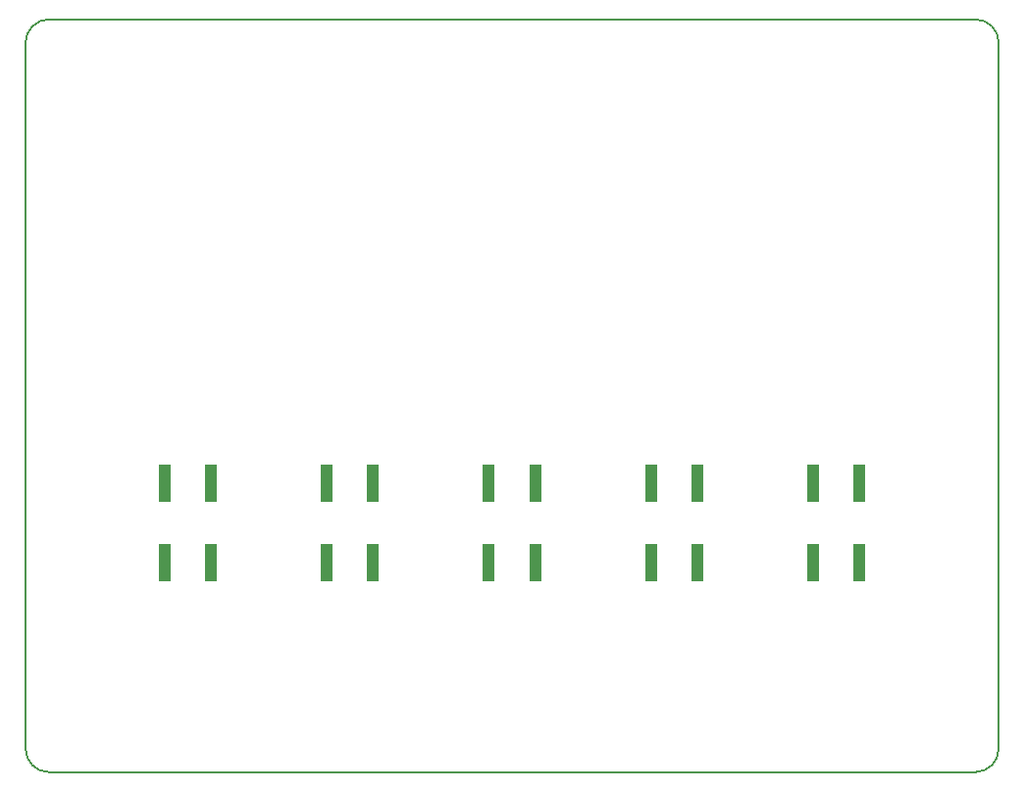
<source format=gtp>
G04 Layer_Color=8421504*
%FSAX44Y44*%
%MOMM*%
G71*
G01*
G75*
%ADD10R,1.0000X3.2000*%
%ADD15C,0.2000*%
D10*
X00300000Y00181000D02*
D03*
X00260000D02*
D03*
X00300000Y00249000D02*
D03*
X00260000D02*
D03*
X00160000Y00249000D02*
D03*
X00120000D02*
D03*
Y00181000D02*
D03*
X00160000D02*
D03*
X00400000Y00181000D02*
D03*
X00440000D02*
D03*
Y00249000D02*
D03*
X00400000D02*
D03*
X00540000Y00181000D02*
D03*
X00580000D02*
D03*
Y00249000D02*
D03*
X00540000D02*
D03*
X00680000Y00181000D02*
D03*
X00720000D02*
D03*
Y00249000D02*
D03*
X00680000D02*
D03*
D15*
X00020000Y00000000D02*
X00820000Y00000000D01*
D02*
G03*
X00840000Y00020000I00000000J00020000D01*
G01*
Y00630000D01*
X00840000D02*
G03*
X00820000Y00650000I-00020000J-00000000D01*
G01*
X00020000D01*
D02*
G03*
X00000000Y00630000I00000000J-00020000D01*
G01*
Y00020000D01*
D02*
G03*
X00020000Y00000000I00020000J00000000D01*
G01*
M02*

</source>
